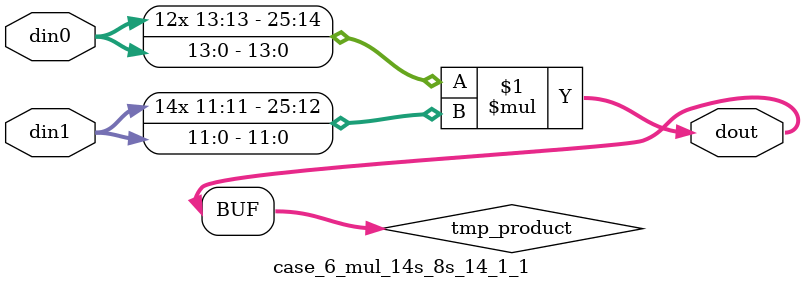
<source format=v>

`timescale 1 ns / 1 ps

 module case_6_mul_14s_8s_14_1_1(din0, din1, dout);
parameter ID = 1;
parameter NUM_STAGE = 0;
parameter din0_WIDTH = 14;
parameter din1_WIDTH = 12;
parameter dout_WIDTH = 26;

input [din0_WIDTH - 1 : 0] din0; 
input [din1_WIDTH - 1 : 0] din1; 
output [dout_WIDTH - 1 : 0] dout;

wire signed [dout_WIDTH - 1 : 0] tmp_product;



























assign tmp_product = $signed(din0) * $signed(din1);








assign dout = tmp_product;





















endmodule

</source>
